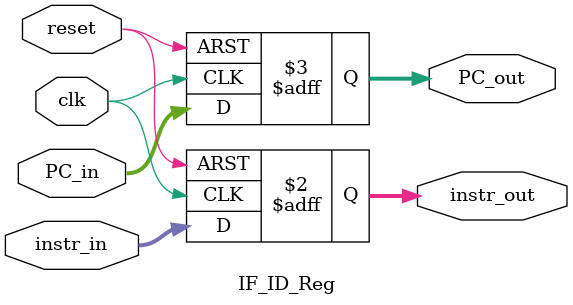
<source format=v>
module IF_ID_Reg(
    input clk,                  // Clock signal
    input reset,                // Reset signal
    input [31:0] instr_in,      // Instruction input
    input [31:0] PC_in,         // PC input
    output reg [31:0] instr_out,// Instruction output
    output reg [31:0] PC_out    // PC output
);
    always @(posedge clk or posedge reset) begin
        if (reset) begin
            instr_out <= 32'b0;
            PC_out <= 32'b0;
        end else begin
            instr_out <= instr_in;
            PC_out <= PC_in;
        end
    end
endmodule

</source>
